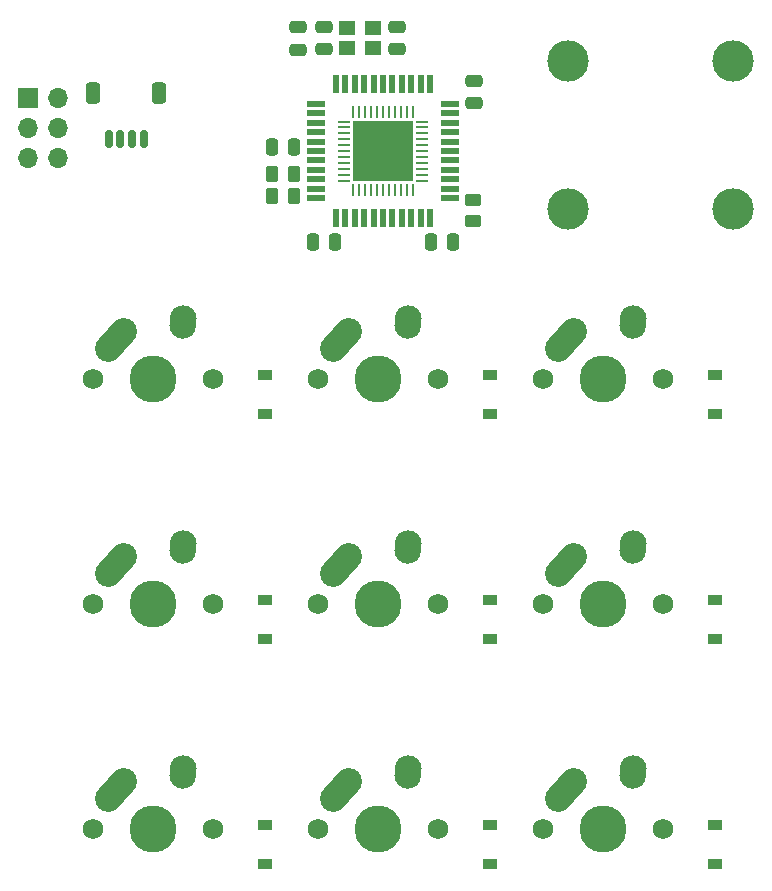
<source format=gbr>
%TF.GenerationSoftware,KiCad,Pcbnew,(6.99.0-3975-g9eb3854794)*%
%TF.CreationDate,2022-10-20T17:26:06+02:00*%
%TF.ProjectId,PCB Template,50434220-5465-46d7-906c-6174652e6b69,rev?*%
%TF.SameCoordinates,Original*%
%TF.FileFunction,Soldermask,Bot*%
%TF.FilePolarity,Negative*%
%FSLAX46Y46*%
G04 Gerber Fmt 4.6, Leading zero omitted, Abs format (unit mm)*
G04 Created by KiCad (PCBNEW (6.99.0-3975-g9eb3854794)) date 2022-10-20 17:26:06*
%MOMM*%
%LPD*%
G01*
G04 APERTURE LIST*
G04 Aperture macros list*
%AMRoundRect*
0 Rectangle with rounded corners*
0 $1 Rounding radius*
0 $2 $3 $4 $5 $6 $7 $8 $9 X,Y pos of 4 corners*
0 Add a 4 corners polygon primitive as box body*
4,1,4,$2,$3,$4,$5,$6,$7,$8,$9,$2,$3,0*
0 Add four circle primitives for the rounded corners*
1,1,$1+$1,$2,$3*
1,1,$1+$1,$4,$5*
1,1,$1+$1,$6,$7*
1,1,$1+$1,$8,$9*
0 Add four rect primitives between the rounded corners*
20,1,$1+$1,$2,$3,$4,$5,0*
20,1,$1+$1,$4,$5,$6,$7,0*
20,1,$1+$1,$6,$7,$8,$9,0*
20,1,$1+$1,$8,$9,$2,$3,0*%
%AMHorizOval*
0 Thick line with rounded ends*
0 $1 width*
0 $2 $3 position (X,Y) of the first rounded end (center of the circle)*
0 $4 $5 position (X,Y) of the second rounded end (center of the circle)*
0 Add line between two ends*
20,1,$1,$2,$3,$4,$5,0*
0 Add two circle primitives to create the rounded ends*
1,1,$1,$2,$3*
1,1,$1,$4,$5*%
G04 Aperture macros list end*
%ADD10C,1.750000*%
%ADD11C,3.987800*%
%ADD12HorizOval,2.250000X0.655001X0.730000X-0.655001X-0.730000X0*%
%ADD13C,2.250000*%
%ADD14HorizOval,2.250000X0.020000X0.290000X-0.020000X-0.290000X0*%
%ADD15C,3.500000*%
%ADD16C,3.500001*%
%ADD17RoundRect,0.150000X-0.150000X-0.625000X0.150000X-0.625000X0.150000X0.625000X-0.150000X0.625000X0*%
%ADD18RoundRect,0.250000X-0.350000X-0.650000X0.350000X-0.650000X0.350000X0.650000X-0.350000X0.650000X0*%
%ADD19R,1.200000X0.900000*%
%ADD20RoundRect,0.250000X0.250000X0.475000X-0.250000X0.475000X-0.250000X-0.475000X0.250000X-0.475000X0*%
%ADD21RoundRect,0.250000X0.475000X-0.250000X0.475000X0.250000X-0.475000X0.250000X-0.475000X-0.250000X0*%
%ADD22RoundRect,0.250000X-0.250000X-0.475000X0.250000X-0.475000X0.250000X0.475000X-0.250000X0.475000X0*%
%ADD23RoundRect,0.250000X-0.475000X0.250000X-0.475000X-0.250000X0.475000X-0.250000X0.475000X0.250000X0*%
%ADD24RoundRect,0.250000X-0.262500X-0.450000X0.262500X-0.450000X0.262500X0.450000X-0.262500X0.450000X0*%
%ADD25R,1.500000X0.550000*%
%ADD26RoundRect,0.062500X-0.475000X-0.062500X0.475000X-0.062500X0.475000X0.062500X-0.475000X0.062500X0*%
%ADD27R,0.550000X1.500000*%
%ADD28RoundRect,0.062500X-0.062500X-0.475000X0.062500X-0.475000X0.062500X0.475000X-0.062500X0.475000X0*%
%ADD29RoundRect,0.055000X-0.055000X-0.482500X0.055000X-0.482500X0.055000X0.482500X-0.055000X0.482500X0*%
%ADD30R,5.200000X5.200000*%
%ADD31RoundRect,0.250000X0.262500X0.450000X-0.262500X0.450000X-0.262500X-0.450000X0.262500X-0.450000X0*%
%ADD32R,1.700000X1.700000*%
%ADD33O,1.700000X1.700000*%
%ADD34RoundRect,0.250000X-0.450000X0.262500X-0.450000X-0.262500X0.450000X-0.262500X0.450000X0.262500X0*%
%ADD35R,1.400000X1.200000*%
G04 APERTURE END LIST*
D10*
%TO.C,MX4*%
X106838750Y-106362500D03*
D11*
X111918750Y-106362500D03*
D10*
X116998750Y-106362500D03*
D12*
X108763750Y-103092499D03*
D13*
X109418750Y-102362500D03*
D14*
X114438749Y-101572499D03*
D13*
X114458750Y-101282500D03*
%TD*%
D15*
%TO.C,REF\u002A\u002A*%
X147020000Y-60380000D03*
X147020000Y-72880000D03*
D16*
X161020000Y-60380000D03*
D15*
X161020000Y-72880000D03*
%TD*%
D10*
%TO.C,MX9*%
X144938750Y-125412500D03*
D11*
X150018750Y-125412500D03*
D10*
X155098750Y-125412500D03*
D12*
X146863750Y-122142499D03*
D13*
X147518750Y-121412500D03*
D14*
X152538749Y-120622499D03*
D13*
X152558750Y-120332500D03*
%TD*%
D10*
%TO.C,MX7*%
X106838750Y-125412500D03*
D11*
X111918750Y-125412500D03*
D10*
X116998750Y-125412500D03*
D12*
X108763750Y-122142499D03*
D13*
X109418750Y-121412500D03*
D14*
X114438749Y-120622499D03*
D13*
X114458750Y-120332500D03*
%TD*%
D10*
%TO.C,MX5*%
X125888750Y-106362500D03*
D11*
X130968750Y-106362500D03*
D10*
X136048750Y-106362500D03*
D12*
X127813750Y-103092499D03*
D13*
X128468750Y-102362500D03*
D14*
X133488749Y-101572499D03*
D13*
X133508750Y-101282500D03*
%TD*%
D10*
%TO.C,MX3*%
X144938750Y-87312500D03*
D11*
X150018750Y-87312500D03*
D10*
X155098750Y-87312500D03*
D12*
X146863750Y-84042499D03*
D13*
X147518750Y-83312500D03*
D14*
X152538749Y-82522499D03*
D13*
X152558750Y-82232500D03*
%TD*%
D10*
%TO.C,MX6*%
X144938750Y-106362500D03*
D11*
X150018750Y-106362500D03*
D10*
X155098750Y-106362500D03*
D12*
X146863750Y-103092499D03*
D13*
X147518750Y-102362500D03*
D14*
X152538749Y-101572499D03*
D13*
X152558750Y-101282500D03*
%TD*%
D10*
%TO.C,MX8*%
X125888750Y-125412500D03*
D11*
X130968750Y-125412500D03*
D10*
X136048750Y-125412500D03*
D12*
X127813750Y-122142499D03*
D13*
X128468750Y-121412500D03*
D14*
X133488749Y-120622499D03*
D13*
X133508750Y-120332500D03*
%TD*%
D10*
%TO.C,MX1*%
X106838750Y-87312500D03*
D11*
X111918750Y-87312500D03*
D10*
X116998750Y-87312500D03*
D12*
X108763750Y-84042499D03*
D13*
X109418750Y-83312500D03*
D14*
X114438749Y-82522499D03*
D13*
X114458750Y-82232500D03*
%TD*%
D10*
%TO.C,MX2*%
X125888750Y-87312500D03*
D11*
X130968750Y-87312500D03*
D10*
X136048750Y-87312500D03*
D12*
X127813750Y-84042499D03*
D13*
X128468750Y-83312500D03*
D14*
X133488749Y-82522499D03*
D13*
X133508750Y-82232500D03*
%TD*%
D17*
%TO.C,J2*%
X108150000Y-66980000D03*
X109150000Y-66980000D03*
X110150000Y-66980000D03*
X111150000Y-66980000D03*
D18*
X106850000Y-63105000D03*
X112450000Y-63105000D03*
%TD*%
D19*
%TO.C,D6*%
X159538749Y-109362499D03*
X159538749Y-106062499D03*
%TD*%
D20*
%TO.C,C3*%
X123890000Y-67672500D03*
X121990000Y-67672500D03*
%TD*%
D21*
%TO.C,C2*%
X132550000Y-59402500D03*
X132550000Y-57502500D03*
%TD*%
D19*
%TO.C,D5*%
X140488749Y-109362499D03*
X140488749Y-106062499D03*
%TD*%
D22*
%TO.C,C7*%
X125440000Y-75692500D03*
X127340000Y-75692500D03*
%TD*%
D23*
%TO.C,C1*%
X126390000Y-57502500D03*
X126390000Y-59402500D03*
%TD*%
D20*
%TO.C,C6*%
X137340000Y-75692500D03*
X135440000Y-75692500D03*
%TD*%
D24*
%TO.C,R3*%
X122007500Y-71822500D03*
X123832500Y-71822500D03*
%TD*%
D25*
%TO.C,U1*%
X125689999Y-72009999D03*
D26*
X128052500Y-70510000D03*
D25*
X125689999Y-71209999D03*
D26*
X128052500Y-70010000D03*
D25*
X125689999Y-70409999D03*
D26*
X128052500Y-69510000D03*
D25*
X125689999Y-69609999D03*
D26*
X128052500Y-69010000D03*
D25*
X125689999Y-68809999D03*
D26*
X128052500Y-68510000D03*
D25*
X125689999Y-68009999D03*
D26*
X128052500Y-68010000D03*
D25*
X125689999Y-67209999D03*
D26*
X128052500Y-67510000D03*
D25*
X125689999Y-66409999D03*
D26*
X128052500Y-67010000D03*
D25*
X125689999Y-65609999D03*
D26*
X128052500Y-66510000D03*
D25*
X125689999Y-64809999D03*
D26*
X128052500Y-66010000D03*
D25*
X125689999Y-64009999D03*
D26*
X128052500Y-65510000D03*
D27*
X127389999Y-62309999D03*
D28*
X128890000Y-64672500D03*
D27*
X128189999Y-62309999D03*
D28*
X129390000Y-64672500D03*
D27*
X128989999Y-62309999D03*
D28*
X129890000Y-64672500D03*
D27*
X129789999Y-62309999D03*
D28*
X130390000Y-64672500D03*
D27*
X130589999Y-62309999D03*
D28*
X130890000Y-64672500D03*
D27*
X131389999Y-62309999D03*
D28*
X131390000Y-64672500D03*
X131890000Y-64672500D03*
D27*
X132189999Y-62309999D03*
D28*
X132390000Y-64672500D03*
D27*
X132989999Y-62309999D03*
D28*
X132890000Y-64672500D03*
D27*
X133789999Y-62309999D03*
D28*
X133390000Y-64672500D03*
D27*
X134589999Y-62309999D03*
D28*
X133890000Y-64672500D03*
D27*
X135389999Y-62309999D03*
D26*
X134727500Y-65510000D03*
D25*
X137089999Y-64009999D03*
D26*
X134727500Y-66010000D03*
D25*
X137089999Y-64809999D03*
D26*
X134727500Y-66510000D03*
D25*
X137089999Y-65609999D03*
D26*
X134727500Y-67010000D03*
D25*
X137089999Y-66409999D03*
D26*
X134727500Y-67510000D03*
D25*
X137089999Y-67209999D03*
D26*
X134727500Y-68010000D03*
D25*
X137089999Y-68009999D03*
D26*
X134727500Y-68510000D03*
D25*
X137089999Y-68809999D03*
D26*
X134727500Y-69010000D03*
D25*
X137089999Y-69609999D03*
D26*
X134727500Y-69510000D03*
D25*
X137089999Y-70409999D03*
D26*
X134727500Y-70010000D03*
D25*
X137089999Y-71209999D03*
D26*
X134727500Y-70510000D03*
D25*
X137089999Y-72009999D03*
D28*
X133890000Y-71347500D03*
D27*
X135389999Y-73709999D03*
D28*
X133390000Y-71347500D03*
D27*
X134589999Y-73709999D03*
D28*
X132890000Y-71347500D03*
D27*
X133789999Y-73709999D03*
D28*
X132390000Y-71347500D03*
D27*
X132989999Y-73709999D03*
D28*
X131890000Y-71347500D03*
D27*
X132189999Y-73709999D03*
D28*
X131390000Y-71347500D03*
D27*
X131389999Y-73709999D03*
X130589999Y-73709999D03*
D28*
X130890000Y-71347500D03*
D27*
X129789999Y-73709999D03*
D28*
X130390000Y-71347500D03*
D27*
X128989999Y-73709999D03*
D28*
X129890000Y-71347500D03*
D27*
X128189999Y-73709999D03*
D29*
X129390000Y-71347500D03*
D27*
X127389999Y-73709999D03*
D28*
X128890000Y-71347500D03*
D30*
X131389999Y-68009999D03*
%TD*%
D19*
%TO.C,D7*%
X121438749Y-128412499D03*
X121438749Y-125112499D03*
%TD*%
%TO.C,D4*%
X121438749Y-109362499D03*
X121438749Y-106062499D03*
%TD*%
D31*
%TO.C,R2*%
X123832500Y-69922500D03*
X122007500Y-69922500D03*
%TD*%
D19*
%TO.C,D2*%
X140488749Y-90312499D03*
X140488749Y-87012499D03*
%TD*%
D32*
%TO.C,J1*%
X101369999Y-63504999D03*
D33*
X103909999Y-63504999D03*
X101369999Y-66044999D03*
X103909999Y-66044999D03*
X101369999Y-68584999D03*
X103909999Y-68584999D03*
%TD*%
D19*
%TO.C,D8*%
X140488749Y-128412499D03*
X140488749Y-125112499D03*
%TD*%
D34*
%TO.C,R4*%
X139040000Y-72120000D03*
X139040000Y-73945000D03*
%TD*%
D19*
%TO.C,D9*%
X159538749Y-128412499D03*
X159538749Y-125112499D03*
%TD*%
D21*
%TO.C,C5*%
X139110000Y-63952500D03*
X139110000Y-62052500D03*
%TD*%
D19*
%TO.C,D1*%
X121438749Y-90312499D03*
X121438749Y-87012499D03*
%TD*%
%TO.C,D3*%
X159538749Y-90312499D03*
X159538749Y-87012499D03*
%TD*%
D35*
%TO.C,Y1*%
X130569999Y-59302499D03*
X128369999Y-59302499D03*
X128369999Y-57602499D03*
X130569999Y-57602499D03*
%TD*%
D21*
%TO.C,C4*%
X124210000Y-59432500D03*
X124210000Y-57532500D03*
%TD*%
M02*

</source>
